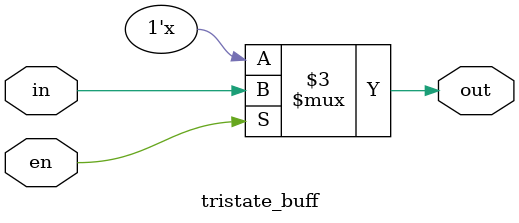
<source format=v>
`timescale 1ps/1ps
module tristate_buff (
    input in, input en, output reg out
);

    always @(in, en) begin
        if(en)
           out=in;
        else
           out=1'bz;
    end

endmodule
</source>
